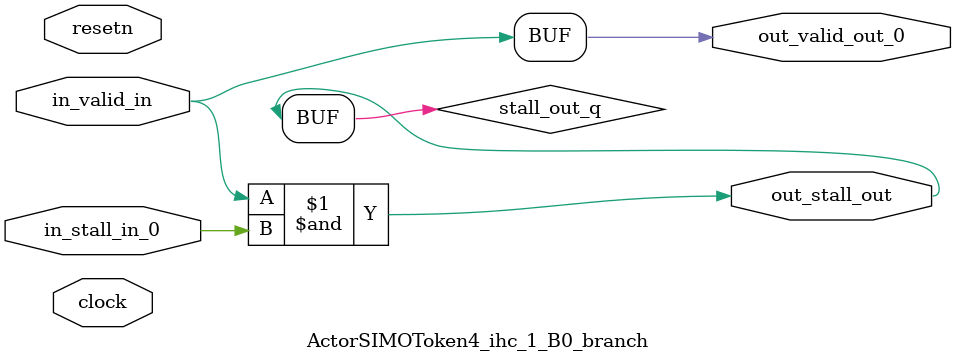
<source format=sv>



(* altera_attribute = "-name AUTO_SHIFT_REGISTER_RECOGNITION OFF; -name MESSAGE_DISABLE 10036; -name MESSAGE_DISABLE 10037; -name MESSAGE_DISABLE 14130; -name MESSAGE_DISABLE 14320; -name MESSAGE_DISABLE 15400; -name MESSAGE_DISABLE 14130; -name MESSAGE_DISABLE 10036; -name MESSAGE_DISABLE 12020; -name MESSAGE_DISABLE 12030; -name MESSAGE_DISABLE 12010; -name MESSAGE_DISABLE 12110; -name MESSAGE_DISABLE 14320; -name MESSAGE_DISABLE 13410; -name MESSAGE_DISABLE 113007; -name MESSAGE_DISABLE 10958" *)
module ActorSIMOToken4_ihc_1_B0_branch (
    input wire [0:0] in_stall_in_0,
    input wire [0:0] in_valid_in,
    output wire [0:0] out_stall_out,
    output wire [0:0] out_valid_out_0,
    input wire clock,
    input wire resetn
    );

    wire [0:0] stall_out_q;


    // stall_out(LOGICAL,6)
    assign stall_out_q = in_valid_in & in_stall_in_0;

    // out_stall_out(GPOUT,4)
    assign out_stall_out = stall_out_q;

    // out_valid_out_0(GPOUT,5)
    assign out_valid_out_0 = in_valid_in;

endmodule

</source>
